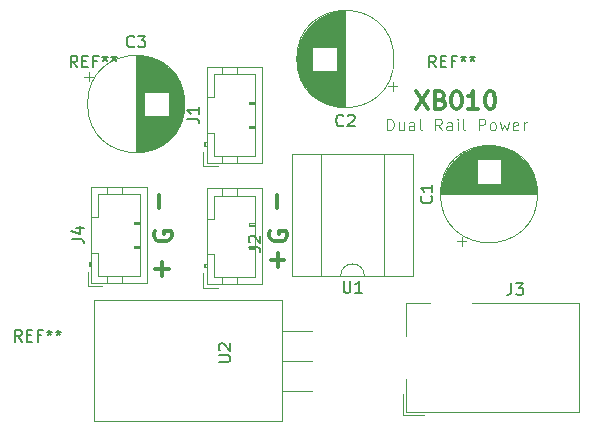
<source format=gbr>
G04 #@! TF.GenerationSoftware,KiCad,Pcbnew,(5.0.1)-rc2*
G04 #@! TF.CreationDate,2018-11-15T21:46:01-05:00*
G04 #@! TF.ProjectId,psu,7073752E6B696361645F706362000000,rev?*
G04 #@! TF.SameCoordinates,Original*
G04 #@! TF.FileFunction,Legend,Top*
G04 #@! TF.FilePolarity,Positive*
%FSLAX46Y46*%
G04 Gerber Fmt 4.6, Leading zero omitted, Abs format (unit mm)*
G04 Created by KiCad (PCBNEW (5.0.1)-rc2) date 11/15/2018 9:46:01 PM*
%MOMM*%
%LPD*%
G01*
G04 APERTURE LIST*
%ADD10C,0.300000*%
%ADD11C,0.100000*%
%ADD12C,0.120000*%
%ADD13C,0.150000*%
G04 APERTURE END LIST*
D10*
X158222142Y-91757428D02*
X158222142Y-90614571D01*
X157670571Y-96119142D02*
X158813428Y-96119142D01*
X158242000Y-96690571D02*
X158242000Y-95547714D01*
X157619000Y-93714142D02*
X157547571Y-93857000D01*
X157547571Y-94071285D01*
X157619000Y-94285571D01*
X157761857Y-94428428D01*
X157904714Y-94499857D01*
X158190428Y-94571285D01*
X158404714Y-94571285D01*
X158690428Y-94499857D01*
X158833285Y-94428428D01*
X158976142Y-94285571D01*
X159047571Y-94071285D01*
X159047571Y-93928428D01*
X158976142Y-93714142D01*
X158904714Y-93642714D01*
X158404714Y-93642714D01*
X158404714Y-93928428D01*
X147840000Y-93714142D02*
X147768571Y-93857000D01*
X147768571Y-94071285D01*
X147840000Y-94285571D01*
X147982857Y-94428428D01*
X148125714Y-94499857D01*
X148411428Y-94571285D01*
X148625714Y-94571285D01*
X148911428Y-94499857D01*
X149054285Y-94428428D01*
X149197142Y-94285571D01*
X149268571Y-94071285D01*
X149268571Y-93928428D01*
X149197142Y-93714142D01*
X149125714Y-93642714D01*
X148625714Y-93642714D01*
X148625714Y-93928428D01*
X148189142Y-91757428D02*
X148189142Y-90614571D01*
X147891571Y-96881142D02*
X149034428Y-96881142D01*
X148463000Y-97452571D02*
X148463000Y-96309714D01*
D11*
X167497857Y-85161380D02*
X167497857Y-84161380D01*
X167735952Y-84161380D01*
X167878809Y-84209000D01*
X167974047Y-84304238D01*
X168021666Y-84399476D01*
X168069285Y-84589952D01*
X168069285Y-84732809D01*
X168021666Y-84923285D01*
X167974047Y-85018523D01*
X167878809Y-85113761D01*
X167735952Y-85161380D01*
X167497857Y-85161380D01*
X168926428Y-84494714D02*
X168926428Y-85161380D01*
X168497857Y-84494714D02*
X168497857Y-85018523D01*
X168545476Y-85113761D01*
X168640714Y-85161380D01*
X168783571Y-85161380D01*
X168878809Y-85113761D01*
X168926428Y-85066142D01*
X169831190Y-85161380D02*
X169831190Y-84637571D01*
X169783571Y-84542333D01*
X169688333Y-84494714D01*
X169497857Y-84494714D01*
X169402619Y-84542333D01*
X169831190Y-85113761D02*
X169735952Y-85161380D01*
X169497857Y-85161380D01*
X169402619Y-85113761D01*
X169355000Y-85018523D01*
X169355000Y-84923285D01*
X169402619Y-84828047D01*
X169497857Y-84780428D01*
X169735952Y-84780428D01*
X169831190Y-84732809D01*
X170450238Y-85161380D02*
X170355000Y-85113761D01*
X170307380Y-85018523D01*
X170307380Y-84161380D01*
X172164523Y-85161380D02*
X171831190Y-84685190D01*
X171593095Y-85161380D02*
X171593095Y-84161380D01*
X171974047Y-84161380D01*
X172069285Y-84209000D01*
X172116904Y-84256619D01*
X172164523Y-84351857D01*
X172164523Y-84494714D01*
X172116904Y-84589952D01*
X172069285Y-84637571D01*
X171974047Y-84685190D01*
X171593095Y-84685190D01*
X173021666Y-85161380D02*
X173021666Y-84637571D01*
X172974047Y-84542333D01*
X172878809Y-84494714D01*
X172688333Y-84494714D01*
X172593095Y-84542333D01*
X173021666Y-85113761D02*
X172926428Y-85161380D01*
X172688333Y-85161380D01*
X172593095Y-85113761D01*
X172545476Y-85018523D01*
X172545476Y-84923285D01*
X172593095Y-84828047D01*
X172688333Y-84780428D01*
X172926428Y-84780428D01*
X173021666Y-84732809D01*
X173497857Y-85161380D02*
X173497857Y-84494714D01*
X173497857Y-84161380D02*
X173450238Y-84209000D01*
X173497857Y-84256619D01*
X173545476Y-84209000D01*
X173497857Y-84161380D01*
X173497857Y-84256619D01*
X174116904Y-85161380D02*
X174021666Y-85113761D01*
X173974047Y-85018523D01*
X173974047Y-84161380D01*
X175259761Y-85161380D02*
X175259761Y-84161380D01*
X175640714Y-84161380D01*
X175735952Y-84209000D01*
X175783571Y-84256619D01*
X175831190Y-84351857D01*
X175831190Y-84494714D01*
X175783571Y-84589952D01*
X175735952Y-84637571D01*
X175640714Y-84685190D01*
X175259761Y-84685190D01*
X176402619Y-85161380D02*
X176307380Y-85113761D01*
X176259761Y-85066142D01*
X176212142Y-84970904D01*
X176212142Y-84685190D01*
X176259761Y-84589952D01*
X176307380Y-84542333D01*
X176402619Y-84494714D01*
X176545476Y-84494714D01*
X176640714Y-84542333D01*
X176688333Y-84589952D01*
X176735952Y-84685190D01*
X176735952Y-84970904D01*
X176688333Y-85066142D01*
X176640714Y-85113761D01*
X176545476Y-85161380D01*
X176402619Y-85161380D01*
X177069285Y-84494714D02*
X177259761Y-85161380D01*
X177450238Y-84685190D01*
X177640714Y-85161380D01*
X177831190Y-84494714D01*
X178593095Y-85113761D02*
X178497857Y-85161380D01*
X178307380Y-85161380D01*
X178212142Y-85113761D01*
X178164523Y-85018523D01*
X178164523Y-84637571D01*
X178212142Y-84542333D01*
X178307380Y-84494714D01*
X178497857Y-84494714D01*
X178593095Y-84542333D01*
X178640714Y-84637571D01*
X178640714Y-84732809D01*
X178164523Y-84828047D01*
X179069285Y-85161380D02*
X179069285Y-84494714D01*
X179069285Y-84685190D02*
X179116904Y-84589952D01*
X179164523Y-84542333D01*
X179259761Y-84494714D01*
X179355000Y-84494714D01*
D10*
X169962142Y-81855571D02*
X170962142Y-83355571D01*
X170962142Y-81855571D02*
X169962142Y-83355571D01*
X172033571Y-82569857D02*
X172247857Y-82641285D01*
X172319285Y-82712714D01*
X172390714Y-82855571D01*
X172390714Y-83069857D01*
X172319285Y-83212714D01*
X172247857Y-83284142D01*
X172105000Y-83355571D01*
X171533571Y-83355571D01*
X171533571Y-81855571D01*
X172033571Y-81855571D01*
X172176428Y-81927000D01*
X172247857Y-81998428D01*
X172319285Y-82141285D01*
X172319285Y-82284142D01*
X172247857Y-82427000D01*
X172176428Y-82498428D01*
X172033571Y-82569857D01*
X171533571Y-82569857D01*
X173319285Y-81855571D02*
X173462142Y-81855571D01*
X173605000Y-81927000D01*
X173676428Y-81998428D01*
X173747857Y-82141285D01*
X173819285Y-82427000D01*
X173819285Y-82784142D01*
X173747857Y-83069857D01*
X173676428Y-83212714D01*
X173605000Y-83284142D01*
X173462142Y-83355571D01*
X173319285Y-83355571D01*
X173176428Y-83284142D01*
X173105000Y-83212714D01*
X173033571Y-83069857D01*
X172962142Y-82784142D01*
X172962142Y-82427000D01*
X173033571Y-82141285D01*
X173105000Y-81998428D01*
X173176428Y-81927000D01*
X173319285Y-81855571D01*
X175247857Y-83355571D02*
X174390714Y-83355571D01*
X174819285Y-83355571D02*
X174819285Y-81855571D01*
X174676428Y-82069857D01*
X174533571Y-82212714D01*
X174390714Y-82284142D01*
X176176428Y-81855571D02*
X176319285Y-81855571D01*
X176462142Y-81927000D01*
X176533571Y-81998428D01*
X176605000Y-82141285D01*
X176676428Y-82427000D01*
X176676428Y-82784142D01*
X176605000Y-83069857D01*
X176533571Y-83212714D01*
X176462142Y-83284142D01*
X176319285Y-83355571D01*
X176176428Y-83355571D01*
X176033571Y-83284142D01*
X175962142Y-83212714D01*
X175890714Y-83069857D01*
X175819285Y-82784142D01*
X175819285Y-82427000D01*
X175890714Y-82141285D01*
X175962142Y-81998428D01*
X176033571Y-81927000D01*
X176176428Y-81855571D01*
D12*
G04 #@! TO.C,J3*
X174726000Y-99794000D02*
X183726000Y-99794000D01*
X183726000Y-99794000D02*
X183726000Y-108994000D01*
X183726000Y-108994000D02*
X169126000Y-108994000D01*
X169126000Y-108994000D02*
X169126000Y-106194000D01*
X169126000Y-102594000D02*
X169126000Y-99794000D01*
X169126000Y-99794000D02*
X171126000Y-99794000D01*
X170626000Y-109234000D02*
X168886000Y-109234000D01*
X168886000Y-109234000D02*
X168886000Y-107494000D01*
G04 #@! TO.C,C1*
X180269000Y-90556000D02*
G75*
G03X180269000Y-90556000I-4120000J0D01*
G01*
X172069000Y-90556000D02*
X180229000Y-90556000D01*
X172069000Y-90516000D02*
X180229000Y-90516000D01*
X172069000Y-90476000D02*
X180229000Y-90476000D01*
X172070000Y-90436000D02*
X180228000Y-90436000D01*
X172072000Y-90396000D02*
X180226000Y-90396000D01*
X172073000Y-90356000D02*
X180225000Y-90356000D01*
X172075000Y-90316000D02*
X180223000Y-90316000D01*
X172078000Y-90276000D02*
X180220000Y-90276000D01*
X172081000Y-90236000D02*
X180217000Y-90236000D01*
X172084000Y-90196000D02*
X180214000Y-90196000D01*
X172088000Y-90156000D02*
X180210000Y-90156000D01*
X172092000Y-90116000D02*
X180206000Y-90116000D01*
X172097000Y-90076000D02*
X180201000Y-90076000D01*
X172101000Y-90036000D02*
X180197000Y-90036000D01*
X172107000Y-89996000D02*
X180191000Y-89996000D01*
X172112000Y-89956000D02*
X180186000Y-89956000D01*
X172119000Y-89916000D02*
X180179000Y-89916000D01*
X172125000Y-89876000D02*
X180173000Y-89876000D01*
X172132000Y-89835000D02*
X180166000Y-89835000D01*
X172139000Y-89795000D02*
X180159000Y-89795000D01*
X172147000Y-89755000D02*
X180151000Y-89755000D01*
X172155000Y-89715000D02*
X180143000Y-89715000D01*
X172164000Y-89675000D02*
X175109000Y-89675000D01*
X177189000Y-89675000D02*
X180134000Y-89675000D01*
X172173000Y-89635000D02*
X175109000Y-89635000D01*
X177189000Y-89635000D02*
X180125000Y-89635000D01*
X172182000Y-89595000D02*
X175109000Y-89595000D01*
X177189000Y-89595000D02*
X180116000Y-89595000D01*
X172192000Y-89555000D02*
X175109000Y-89555000D01*
X177189000Y-89555000D02*
X180106000Y-89555000D01*
X172202000Y-89515000D02*
X175109000Y-89515000D01*
X177189000Y-89515000D02*
X180096000Y-89515000D01*
X172213000Y-89475000D02*
X175109000Y-89475000D01*
X177189000Y-89475000D02*
X180085000Y-89475000D01*
X172224000Y-89435000D02*
X175109000Y-89435000D01*
X177189000Y-89435000D02*
X180074000Y-89435000D01*
X172235000Y-89395000D02*
X175109000Y-89395000D01*
X177189000Y-89395000D02*
X180063000Y-89395000D01*
X172247000Y-89355000D02*
X175109000Y-89355000D01*
X177189000Y-89355000D02*
X180051000Y-89355000D01*
X172260000Y-89315000D02*
X175109000Y-89315000D01*
X177189000Y-89315000D02*
X180038000Y-89315000D01*
X172272000Y-89275000D02*
X175109000Y-89275000D01*
X177189000Y-89275000D02*
X180026000Y-89275000D01*
X172286000Y-89235000D02*
X175109000Y-89235000D01*
X177189000Y-89235000D02*
X180012000Y-89235000D01*
X172299000Y-89195000D02*
X175109000Y-89195000D01*
X177189000Y-89195000D02*
X179999000Y-89195000D01*
X172314000Y-89155000D02*
X175109000Y-89155000D01*
X177189000Y-89155000D02*
X179984000Y-89155000D01*
X172328000Y-89115000D02*
X175109000Y-89115000D01*
X177189000Y-89115000D02*
X179970000Y-89115000D01*
X172344000Y-89075000D02*
X175109000Y-89075000D01*
X177189000Y-89075000D02*
X179954000Y-89075000D01*
X172359000Y-89035000D02*
X175109000Y-89035000D01*
X177189000Y-89035000D02*
X179939000Y-89035000D01*
X172375000Y-88995000D02*
X175109000Y-88995000D01*
X177189000Y-88995000D02*
X179923000Y-88995000D01*
X172392000Y-88955000D02*
X175109000Y-88955000D01*
X177189000Y-88955000D02*
X179906000Y-88955000D01*
X172409000Y-88915000D02*
X175109000Y-88915000D01*
X177189000Y-88915000D02*
X179889000Y-88915000D01*
X172427000Y-88875000D02*
X175109000Y-88875000D01*
X177189000Y-88875000D02*
X179871000Y-88875000D01*
X172445000Y-88835000D02*
X175109000Y-88835000D01*
X177189000Y-88835000D02*
X179853000Y-88835000D01*
X172463000Y-88795000D02*
X175109000Y-88795000D01*
X177189000Y-88795000D02*
X179835000Y-88795000D01*
X172483000Y-88755000D02*
X175109000Y-88755000D01*
X177189000Y-88755000D02*
X179815000Y-88755000D01*
X172502000Y-88715000D02*
X175109000Y-88715000D01*
X177189000Y-88715000D02*
X179796000Y-88715000D01*
X172522000Y-88675000D02*
X175109000Y-88675000D01*
X177189000Y-88675000D02*
X179776000Y-88675000D01*
X172543000Y-88635000D02*
X175109000Y-88635000D01*
X177189000Y-88635000D02*
X179755000Y-88635000D01*
X172565000Y-88595000D02*
X175109000Y-88595000D01*
X177189000Y-88595000D02*
X179733000Y-88595000D01*
X172587000Y-88555000D02*
X175109000Y-88555000D01*
X177189000Y-88555000D02*
X179711000Y-88555000D01*
X172609000Y-88515000D02*
X175109000Y-88515000D01*
X177189000Y-88515000D02*
X179689000Y-88515000D01*
X172632000Y-88475000D02*
X175109000Y-88475000D01*
X177189000Y-88475000D02*
X179666000Y-88475000D01*
X172656000Y-88435000D02*
X175109000Y-88435000D01*
X177189000Y-88435000D02*
X179642000Y-88435000D01*
X172680000Y-88395000D02*
X175109000Y-88395000D01*
X177189000Y-88395000D02*
X179618000Y-88395000D01*
X172705000Y-88355000D02*
X175109000Y-88355000D01*
X177189000Y-88355000D02*
X179593000Y-88355000D01*
X172731000Y-88315000D02*
X175109000Y-88315000D01*
X177189000Y-88315000D02*
X179567000Y-88315000D01*
X172757000Y-88275000D02*
X175109000Y-88275000D01*
X177189000Y-88275000D02*
X179541000Y-88275000D01*
X172784000Y-88235000D02*
X175109000Y-88235000D01*
X177189000Y-88235000D02*
X179514000Y-88235000D01*
X172811000Y-88195000D02*
X175109000Y-88195000D01*
X177189000Y-88195000D02*
X179487000Y-88195000D01*
X172840000Y-88155000D02*
X175109000Y-88155000D01*
X177189000Y-88155000D02*
X179458000Y-88155000D01*
X172869000Y-88115000D02*
X175109000Y-88115000D01*
X177189000Y-88115000D02*
X179429000Y-88115000D01*
X172899000Y-88075000D02*
X175109000Y-88075000D01*
X177189000Y-88075000D02*
X179399000Y-88075000D01*
X172929000Y-88035000D02*
X175109000Y-88035000D01*
X177189000Y-88035000D02*
X179369000Y-88035000D01*
X172960000Y-87995000D02*
X175109000Y-87995000D01*
X177189000Y-87995000D02*
X179338000Y-87995000D01*
X172993000Y-87955000D02*
X175109000Y-87955000D01*
X177189000Y-87955000D02*
X179305000Y-87955000D01*
X173025000Y-87915000D02*
X175109000Y-87915000D01*
X177189000Y-87915000D02*
X179273000Y-87915000D01*
X173059000Y-87875000D02*
X175109000Y-87875000D01*
X177189000Y-87875000D02*
X179239000Y-87875000D01*
X173094000Y-87835000D02*
X175109000Y-87835000D01*
X177189000Y-87835000D02*
X179204000Y-87835000D01*
X173130000Y-87795000D02*
X175109000Y-87795000D01*
X177189000Y-87795000D02*
X179168000Y-87795000D01*
X173166000Y-87755000D02*
X175109000Y-87755000D01*
X177189000Y-87755000D02*
X179132000Y-87755000D01*
X173204000Y-87715000D02*
X175109000Y-87715000D01*
X177189000Y-87715000D02*
X179094000Y-87715000D01*
X173242000Y-87675000D02*
X175109000Y-87675000D01*
X177189000Y-87675000D02*
X179056000Y-87675000D01*
X173282000Y-87635000D02*
X175109000Y-87635000D01*
X177189000Y-87635000D02*
X179016000Y-87635000D01*
X173323000Y-87595000D02*
X178975000Y-87595000D01*
X173365000Y-87555000D02*
X178933000Y-87555000D01*
X173408000Y-87515000D02*
X178890000Y-87515000D01*
X173452000Y-87475000D02*
X178846000Y-87475000D01*
X173498000Y-87435000D02*
X178800000Y-87435000D01*
X173545000Y-87395000D02*
X178753000Y-87395000D01*
X173593000Y-87355000D02*
X178705000Y-87355000D01*
X173644000Y-87315000D02*
X178654000Y-87315000D01*
X173695000Y-87275000D02*
X178603000Y-87275000D01*
X173749000Y-87235000D02*
X178549000Y-87235000D01*
X173804000Y-87195000D02*
X178494000Y-87195000D01*
X173862000Y-87155000D02*
X178436000Y-87155000D01*
X173921000Y-87115000D02*
X178377000Y-87115000D01*
X173983000Y-87075000D02*
X178315000Y-87075000D01*
X174047000Y-87035000D02*
X178251000Y-87035000D01*
X174115000Y-86995000D02*
X178183000Y-86995000D01*
X174185000Y-86955000D02*
X178113000Y-86955000D01*
X174259000Y-86915000D02*
X178039000Y-86915000D01*
X174336000Y-86875000D02*
X177962000Y-86875000D01*
X174418000Y-86835000D02*
X177880000Y-86835000D01*
X174504000Y-86795000D02*
X177794000Y-86795000D01*
X174597000Y-86755000D02*
X177701000Y-86755000D01*
X174696000Y-86715000D02*
X177602000Y-86715000D01*
X174803000Y-86675000D02*
X177495000Y-86675000D01*
X174920000Y-86635000D02*
X177378000Y-86635000D01*
X175051000Y-86595000D02*
X177247000Y-86595000D01*
X175201000Y-86555000D02*
X177097000Y-86555000D01*
X175381000Y-86515000D02*
X176917000Y-86515000D01*
X175616000Y-86475000D02*
X176682000Y-86475000D01*
X173834000Y-94965698D02*
X173834000Y-94165698D01*
X173434000Y-94565698D02*
X174234000Y-94565698D01*
G04 #@! TO.C,C2*
X168105000Y-79121000D02*
G75*
G03X168105000Y-79121000I-4120000J0D01*
G01*
X163985000Y-83201000D02*
X163985000Y-75041000D01*
X163945000Y-83201000D02*
X163945000Y-75041000D01*
X163905000Y-83201000D02*
X163905000Y-75041000D01*
X163865000Y-83200000D02*
X163865000Y-75042000D01*
X163825000Y-83198000D02*
X163825000Y-75044000D01*
X163785000Y-83197000D02*
X163785000Y-75045000D01*
X163745000Y-83195000D02*
X163745000Y-75047000D01*
X163705000Y-83192000D02*
X163705000Y-75050000D01*
X163665000Y-83189000D02*
X163665000Y-75053000D01*
X163625000Y-83186000D02*
X163625000Y-75056000D01*
X163585000Y-83182000D02*
X163585000Y-75060000D01*
X163545000Y-83178000D02*
X163545000Y-75064000D01*
X163505000Y-83173000D02*
X163505000Y-75069000D01*
X163465000Y-83169000D02*
X163465000Y-75073000D01*
X163425000Y-83163000D02*
X163425000Y-75079000D01*
X163385000Y-83158000D02*
X163385000Y-75084000D01*
X163345000Y-83151000D02*
X163345000Y-75091000D01*
X163305000Y-83145000D02*
X163305000Y-75097000D01*
X163264000Y-83138000D02*
X163264000Y-80161000D01*
X163264000Y-78081000D02*
X163264000Y-75104000D01*
X163224000Y-83131000D02*
X163224000Y-80161000D01*
X163224000Y-78081000D02*
X163224000Y-75111000D01*
X163184000Y-83123000D02*
X163184000Y-80161000D01*
X163184000Y-78081000D02*
X163184000Y-75119000D01*
X163144000Y-83115000D02*
X163144000Y-80161000D01*
X163144000Y-78081000D02*
X163144000Y-75127000D01*
X163104000Y-83106000D02*
X163104000Y-80161000D01*
X163104000Y-78081000D02*
X163104000Y-75136000D01*
X163064000Y-83097000D02*
X163064000Y-80161000D01*
X163064000Y-78081000D02*
X163064000Y-75145000D01*
X163024000Y-83088000D02*
X163024000Y-80161000D01*
X163024000Y-78081000D02*
X163024000Y-75154000D01*
X162984000Y-83078000D02*
X162984000Y-80161000D01*
X162984000Y-78081000D02*
X162984000Y-75164000D01*
X162944000Y-83068000D02*
X162944000Y-80161000D01*
X162944000Y-78081000D02*
X162944000Y-75174000D01*
X162904000Y-83057000D02*
X162904000Y-80161000D01*
X162904000Y-78081000D02*
X162904000Y-75185000D01*
X162864000Y-83046000D02*
X162864000Y-80161000D01*
X162864000Y-78081000D02*
X162864000Y-75196000D01*
X162824000Y-83035000D02*
X162824000Y-80161000D01*
X162824000Y-78081000D02*
X162824000Y-75207000D01*
X162784000Y-83023000D02*
X162784000Y-80161000D01*
X162784000Y-78081000D02*
X162784000Y-75219000D01*
X162744000Y-83010000D02*
X162744000Y-80161000D01*
X162744000Y-78081000D02*
X162744000Y-75232000D01*
X162704000Y-82998000D02*
X162704000Y-80161000D01*
X162704000Y-78081000D02*
X162704000Y-75244000D01*
X162664000Y-82984000D02*
X162664000Y-80161000D01*
X162664000Y-78081000D02*
X162664000Y-75258000D01*
X162624000Y-82971000D02*
X162624000Y-80161000D01*
X162624000Y-78081000D02*
X162624000Y-75271000D01*
X162584000Y-82956000D02*
X162584000Y-80161000D01*
X162584000Y-78081000D02*
X162584000Y-75286000D01*
X162544000Y-82942000D02*
X162544000Y-80161000D01*
X162544000Y-78081000D02*
X162544000Y-75300000D01*
X162504000Y-82926000D02*
X162504000Y-80161000D01*
X162504000Y-78081000D02*
X162504000Y-75316000D01*
X162464000Y-82911000D02*
X162464000Y-80161000D01*
X162464000Y-78081000D02*
X162464000Y-75331000D01*
X162424000Y-82895000D02*
X162424000Y-80161000D01*
X162424000Y-78081000D02*
X162424000Y-75347000D01*
X162384000Y-82878000D02*
X162384000Y-80161000D01*
X162384000Y-78081000D02*
X162384000Y-75364000D01*
X162344000Y-82861000D02*
X162344000Y-80161000D01*
X162344000Y-78081000D02*
X162344000Y-75381000D01*
X162304000Y-82843000D02*
X162304000Y-80161000D01*
X162304000Y-78081000D02*
X162304000Y-75399000D01*
X162264000Y-82825000D02*
X162264000Y-80161000D01*
X162264000Y-78081000D02*
X162264000Y-75417000D01*
X162224000Y-82807000D02*
X162224000Y-80161000D01*
X162224000Y-78081000D02*
X162224000Y-75435000D01*
X162184000Y-82787000D02*
X162184000Y-80161000D01*
X162184000Y-78081000D02*
X162184000Y-75455000D01*
X162144000Y-82768000D02*
X162144000Y-80161000D01*
X162144000Y-78081000D02*
X162144000Y-75474000D01*
X162104000Y-82748000D02*
X162104000Y-80161000D01*
X162104000Y-78081000D02*
X162104000Y-75494000D01*
X162064000Y-82727000D02*
X162064000Y-80161000D01*
X162064000Y-78081000D02*
X162064000Y-75515000D01*
X162024000Y-82705000D02*
X162024000Y-80161000D01*
X162024000Y-78081000D02*
X162024000Y-75537000D01*
X161984000Y-82683000D02*
X161984000Y-80161000D01*
X161984000Y-78081000D02*
X161984000Y-75559000D01*
X161944000Y-82661000D02*
X161944000Y-80161000D01*
X161944000Y-78081000D02*
X161944000Y-75581000D01*
X161904000Y-82638000D02*
X161904000Y-80161000D01*
X161904000Y-78081000D02*
X161904000Y-75604000D01*
X161864000Y-82614000D02*
X161864000Y-80161000D01*
X161864000Y-78081000D02*
X161864000Y-75628000D01*
X161824000Y-82590000D02*
X161824000Y-80161000D01*
X161824000Y-78081000D02*
X161824000Y-75652000D01*
X161784000Y-82565000D02*
X161784000Y-80161000D01*
X161784000Y-78081000D02*
X161784000Y-75677000D01*
X161744000Y-82539000D02*
X161744000Y-80161000D01*
X161744000Y-78081000D02*
X161744000Y-75703000D01*
X161704000Y-82513000D02*
X161704000Y-80161000D01*
X161704000Y-78081000D02*
X161704000Y-75729000D01*
X161664000Y-82486000D02*
X161664000Y-80161000D01*
X161664000Y-78081000D02*
X161664000Y-75756000D01*
X161624000Y-82459000D02*
X161624000Y-80161000D01*
X161624000Y-78081000D02*
X161624000Y-75783000D01*
X161584000Y-82430000D02*
X161584000Y-80161000D01*
X161584000Y-78081000D02*
X161584000Y-75812000D01*
X161544000Y-82401000D02*
X161544000Y-80161000D01*
X161544000Y-78081000D02*
X161544000Y-75841000D01*
X161504000Y-82371000D02*
X161504000Y-80161000D01*
X161504000Y-78081000D02*
X161504000Y-75871000D01*
X161464000Y-82341000D02*
X161464000Y-80161000D01*
X161464000Y-78081000D02*
X161464000Y-75901000D01*
X161424000Y-82310000D02*
X161424000Y-80161000D01*
X161424000Y-78081000D02*
X161424000Y-75932000D01*
X161384000Y-82277000D02*
X161384000Y-80161000D01*
X161384000Y-78081000D02*
X161384000Y-75965000D01*
X161344000Y-82245000D02*
X161344000Y-80161000D01*
X161344000Y-78081000D02*
X161344000Y-75997000D01*
X161304000Y-82211000D02*
X161304000Y-80161000D01*
X161304000Y-78081000D02*
X161304000Y-76031000D01*
X161264000Y-82176000D02*
X161264000Y-80161000D01*
X161264000Y-78081000D02*
X161264000Y-76066000D01*
X161224000Y-82140000D02*
X161224000Y-80161000D01*
X161224000Y-78081000D02*
X161224000Y-76102000D01*
X161184000Y-82104000D02*
X161184000Y-76138000D01*
X161144000Y-82066000D02*
X161144000Y-76176000D01*
X161104000Y-82028000D02*
X161104000Y-76214000D01*
X161064000Y-81988000D02*
X161064000Y-76254000D01*
X161024000Y-81947000D02*
X161024000Y-76295000D01*
X160984000Y-81905000D02*
X160984000Y-76337000D01*
X160944000Y-81862000D02*
X160944000Y-76380000D01*
X160904000Y-81818000D02*
X160904000Y-76424000D01*
X160864000Y-81772000D02*
X160864000Y-76470000D01*
X160824000Y-81725000D02*
X160824000Y-76517000D01*
X160784000Y-81677000D02*
X160784000Y-76565000D01*
X160744000Y-81626000D02*
X160744000Y-76616000D01*
X160704000Y-81575000D02*
X160704000Y-76667000D01*
X160664000Y-81521000D02*
X160664000Y-76721000D01*
X160624000Y-81466000D02*
X160624000Y-76776000D01*
X160584000Y-81408000D02*
X160584000Y-76834000D01*
X160544000Y-81349000D02*
X160544000Y-76893000D01*
X160504000Y-81287000D02*
X160504000Y-76955000D01*
X160464000Y-81223000D02*
X160464000Y-77019000D01*
X160424000Y-81155000D02*
X160424000Y-77087000D01*
X160384000Y-81085000D02*
X160384000Y-77157000D01*
X160344000Y-81011000D02*
X160344000Y-77231000D01*
X160304000Y-80934000D02*
X160304000Y-77308000D01*
X160264000Y-80852000D02*
X160264000Y-77390000D01*
X160224000Y-80766000D02*
X160224000Y-77476000D01*
X160184000Y-80673000D02*
X160184000Y-77569000D01*
X160144000Y-80574000D02*
X160144000Y-77668000D01*
X160104000Y-80467000D02*
X160104000Y-77775000D01*
X160064000Y-80350000D02*
X160064000Y-77892000D01*
X160024000Y-80219000D02*
X160024000Y-78023000D01*
X159984000Y-80069000D02*
X159984000Y-78173000D01*
X159944000Y-79889000D02*
X159944000Y-78353000D01*
X159904000Y-79654000D02*
X159904000Y-78588000D01*
X168394698Y-81436000D02*
X167594698Y-81436000D01*
X167994698Y-81836000D02*
X167994698Y-81036000D01*
G04 #@! TO.C,C3*
X142266302Y-80216000D02*
X142266302Y-81016000D01*
X141866302Y-80616000D02*
X142666302Y-80616000D01*
X150357000Y-82398000D02*
X150357000Y-83464000D01*
X150317000Y-82163000D02*
X150317000Y-83699000D01*
X150277000Y-81983000D02*
X150277000Y-83879000D01*
X150237000Y-81833000D02*
X150237000Y-84029000D01*
X150197000Y-81702000D02*
X150197000Y-84160000D01*
X150157000Y-81585000D02*
X150157000Y-84277000D01*
X150117000Y-81478000D02*
X150117000Y-84384000D01*
X150077000Y-81379000D02*
X150077000Y-84483000D01*
X150037000Y-81286000D02*
X150037000Y-84576000D01*
X149997000Y-81200000D02*
X149997000Y-84662000D01*
X149957000Y-81118000D02*
X149957000Y-84744000D01*
X149917000Y-81041000D02*
X149917000Y-84821000D01*
X149877000Y-80967000D02*
X149877000Y-84895000D01*
X149837000Y-80897000D02*
X149837000Y-84965000D01*
X149797000Y-80829000D02*
X149797000Y-85033000D01*
X149757000Y-80765000D02*
X149757000Y-85097000D01*
X149717000Y-80703000D02*
X149717000Y-85159000D01*
X149677000Y-80644000D02*
X149677000Y-85218000D01*
X149637000Y-80586000D02*
X149637000Y-85276000D01*
X149597000Y-80531000D02*
X149597000Y-85331000D01*
X149557000Y-80477000D02*
X149557000Y-85385000D01*
X149517000Y-80426000D02*
X149517000Y-85436000D01*
X149477000Y-80375000D02*
X149477000Y-85487000D01*
X149437000Y-80327000D02*
X149437000Y-85535000D01*
X149397000Y-80280000D02*
X149397000Y-85582000D01*
X149357000Y-80234000D02*
X149357000Y-85628000D01*
X149317000Y-80190000D02*
X149317000Y-85672000D01*
X149277000Y-80147000D02*
X149277000Y-85715000D01*
X149237000Y-80105000D02*
X149237000Y-85757000D01*
X149197000Y-80064000D02*
X149197000Y-85798000D01*
X149157000Y-80024000D02*
X149157000Y-85838000D01*
X149117000Y-79986000D02*
X149117000Y-85876000D01*
X149077000Y-79948000D02*
X149077000Y-85914000D01*
X149037000Y-83971000D02*
X149037000Y-85950000D01*
X149037000Y-79912000D02*
X149037000Y-81891000D01*
X148997000Y-83971000D02*
X148997000Y-85986000D01*
X148997000Y-79876000D02*
X148997000Y-81891000D01*
X148957000Y-83971000D02*
X148957000Y-86021000D01*
X148957000Y-79841000D02*
X148957000Y-81891000D01*
X148917000Y-83971000D02*
X148917000Y-86055000D01*
X148917000Y-79807000D02*
X148917000Y-81891000D01*
X148877000Y-83971000D02*
X148877000Y-86087000D01*
X148877000Y-79775000D02*
X148877000Y-81891000D01*
X148837000Y-83971000D02*
X148837000Y-86120000D01*
X148837000Y-79742000D02*
X148837000Y-81891000D01*
X148797000Y-83971000D02*
X148797000Y-86151000D01*
X148797000Y-79711000D02*
X148797000Y-81891000D01*
X148757000Y-83971000D02*
X148757000Y-86181000D01*
X148757000Y-79681000D02*
X148757000Y-81891000D01*
X148717000Y-83971000D02*
X148717000Y-86211000D01*
X148717000Y-79651000D02*
X148717000Y-81891000D01*
X148677000Y-83971000D02*
X148677000Y-86240000D01*
X148677000Y-79622000D02*
X148677000Y-81891000D01*
X148637000Y-83971000D02*
X148637000Y-86269000D01*
X148637000Y-79593000D02*
X148637000Y-81891000D01*
X148597000Y-83971000D02*
X148597000Y-86296000D01*
X148597000Y-79566000D02*
X148597000Y-81891000D01*
X148557000Y-83971000D02*
X148557000Y-86323000D01*
X148557000Y-79539000D02*
X148557000Y-81891000D01*
X148517000Y-83971000D02*
X148517000Y-86349000D01*
X148517000Y-79513000D02*
X148517000Y-81891000D01*
X148477000Y-83971000D02*
X148477000Y-86375000D01*
X148477000Y-79487000D02*
X148477000Y-81891000D01*
X148437000Y-83971000D02*
X148437000Y-86400000D01*
X148437000Y-79462000D02*
X148437000Y-81891000D01*
X148397000Y-83971000D02*
X148397000Y-86424000D01*
X148397000Y-79438000D02*
X148397000Y-81891000D01*
X148357000Y-83971000D02*
X148357000Y-86448000D01*
X148357000Y-79414000D02*
X148357000Y-81891000D01*
X148317000Y-83971000D02*
X148317000Y-86471000D01*
X148317000Y-79391000D02*
X148317000Y-81891000D01*
X148277000Y-83971000D02*
X148277000Y-86493000D01*
X148277000Y-79369000D02*
X148277000Y-81891000D01*
X148237000Y-83971000D02*
X148237000Y-86515000D01*
X148237000Y-79347000D02*
X148237000Y-81891000D01*
X148197000Y-83971000D02*
X148197000Y-86537000D01*
X148197000Y-79325000D02*
X148197000Y-81891000D01*
X148157000Y-83971000D02*
X148157000Y-86558000D01*
X148157000Y-79304000D02*
X148157000Y-81891000D01*
X148117000Y-83971000D02*
X148117000Y-86578000D01*
X148117000Y-79284000D02*
X148117000Y-81891000D01*
X148077000Y-83971000D02*
X148077000Y-86597000D01*
X148077000Y-79265000D02*
X148077000Y-81891000D01*
X148037000Y-83971000D02*
X148037000Y-86617000D01*
X148037000Y-79245000D02*
X148037000Y-81891000D01*
X147997000Y-83971000D02*
X147997000Y-86635000D01*
X147997000Y-79227000D02*
X147997000Y-81891000D01*
X147957000Y-83971000D02*
X147957000Y-86653000D01*
X147957000Y-79209000D02*
X147957000Y-81891000D01*
X147917000Y-83971000D02*
X147917000Y-86671000D01*
X147917000Y-79191000D02*
X147917000Y-81891000D01*
X147877000Y-83971000D02*
X147877000Y-86688000D01*
X147877000Y-79174000D02*
X147877000Y-81891000D01*
X147837000Y-83971000D02*
X147837000Y-86705000D01*
X147837000Y-79157000D02*
X147837000Y-81891000D01*
X147797000Y-83971000D02*
X147797000Y-86721000D01*
X147797000Y-79141000D02*
X147797000Y-81891000D01*
X147757000Y-83971000D02*
X147757000Y-86736000D01*
X147757000Y-79126000D02*
X147757000Y-81891000D01*
X147717000Y-83971000D02*
X147717000Y-86752000D01*
X147717000Y-79110000D02*
X147717000Y-81891000D01*
X147677000Y-83971000D02*
X147677000Y-86766000D01*
X147677000Y-79096000D02*
X147677000Y-81891000D01*
X147637000Y-83971000D02*
X147637000Y-86781000D01*
X147637000Y-79081000D02*
X147637000Y-81891000D01*
X147597000Y-83971000D02*
X147597000Y-86794000D01*
X147597000Y-79068000D02*
X147597000Y-81891000D01*
X147557000Y-83971000D02*
X147557000Y-86808000D01*
X147557000Y-79054000D02*
X147557000Y-81891000D01*
X147517000Y-83971000D02*
X147517000Y-86820000D01*
X147517000Y-79042000D02*
X147517000Y-81891000D01*
X147477000Y-83971000D02*
X147477000Y-86833000D01*
X147477000Y-79029000D02*
X147477000Y-81891000D01*
X147437000Y-83971000D02*
X147437000Y-86845000D01*
X147437000Y-79017000D02*
X147437000Y-81891000D01*
X147397000Y-83971000D02*
X147397000Y-86856000D01*
X147397000Y-79006000D02*
X147397000Y-81891000D01*
X147357000Y-83971000D02*
X147357000Y-86867000D01*
X147357000Y-78995000D02*
X147357000Y-81891000D01*
X147317000Y-83971000D02*
X147317000Y-86878000D01*
X147317000Y-78984000D02*
X147317000Y-81891000D01*
X147277000Y-83971000D02*
X147277000Y-86888000D01*
X147277000Y-78974000D02*
X147277000Y-81891000D01*
X147237000Y-83971000D02*
X147237000Y-86898000D01*
X147237000Y-78964000D02*
X147237000Y-81891000D01*
X147197000Y-83971000D02*
X147197000Y-86907000D01*
X147197000Y-78955000D02*
X147197000Y-81891000D01*
X147157000Y-83971000D02*
X147157000Y-86916000D01*
X147157000Y-78946000D02*
X147157000Y-81891000D01*
X147117000Y-83971000D02*
X147117000Y-86925000D01*
X147117000Y-78937000D02*
X147117000Y-81891000D01*
X147077000Y-83971000D02*
X147077000Y-86933000D01*
X147077000Y-78929000D02*
X147077000Y-81891000D01*
X147037000Y-83971000D02*
X147037000Y-86941000D01*
X147037000Y-78921000D02*
X147037000Y-81891000D01*
X146997000Y-83971000D02*
X146997000Y-86948000D01*
X146997000Y-78914000D02*
X146997000Y-81891000D01*
X146956000Y-78907000D02*
X146956000Y-86955000D01*
X146916000Y-78901000D02*
X146916000Y-86961000D01*
X146876000Y-78894000D02*
X146876000Y-86968000D01*
X146836000Y-78889000D02*
X146836000Y-86973000D01*
X146796000Y-78883000D02*
X146796000Y-86979000D01*
X146756000Y-78879000D02*
X146756000Y-86983000D01*
X146716000Y-78874000D02*
X146716000Y-86988000D01*
X146676000Y-78870000D02*
X146676000Y-86992000D01*
X146636000Y-78866000D02*
X146636000Y-86996000D01*
X146596000Y-78863000D02*
X146596000Y-86999000D01*
X146556000Y-78860000D02*
X146556000Y-87002000D01*
X146516000Y-78857000D02*
X146516000Y-87005000D01*
X146476000Y-78855000D02*
X146476000Y-87007000D01*
X146436000Y-78854000D02*
X146436000Y-87008000D01*
X146396000Y-78852000D02*
X146396000Y-87010000D01*
X146356000Y-78851000D02*
X146356000Y-87011000D01*
X146316000Y-78851000D02*
X146316000Y-87011000D01*
X146276000Y-78851000D02*
X146276000Y-87011000D01*
X150396000Y-82931000D02*
G75*
G03X150396000Y-82931000I-4120000J0D01*
G01*
G04 #@! TO.C,J1*
X152241000Y-87912000D02*
X156961000Y-87912000D01*
X156961000Y-87912000D02*
X156961000Y-79792000D01*
X156961000Y-79792000D02*
X152241000Y-79792000D01*
X152241000Y-79792000D02*
X152241000Y-87912000D01*
X152241000Y-86152000D02*
X152041000Y-86152000D01*
X152041000Y-86152000D02*
X152041000Y-86452000D01*
X152041000Y-86452000D02*
X152241000Y-86452000D01*
X152141000Y-86152000D02*
X152141000Y-86452000D01*
X152241000Y-85352000D02*
X152851000Y-85352000D01*
X152851000Y-85352000D02*
X152851000Y-87302000D01*
X152851000Y-87302000D02*
X156351000Y-87302000D01*
X156351000Y-87302000D02*
X156351000Y-80402000D01*
X156351000Y-80402000D02*
X152851000Y-80402000D01*
X152851000Y-80402000D02*
X152851000Y-82352000D01*
X152851000Y-82352000D02*
X152241000Y-82352000D01*
X153551000Y-87912000D02*
X153551000Y-87302000D01*
X154851000Y-87912000D02*
X154851000Y-87302000D01*
X153551000Y-79792000D02*
X153551000Y-80402000D01*
X154851000Y-79792000D02*
X154851000Y-80402000D01*
X156351000Y-84952000D02*
X155851000Y-84952000D01*
X155851000Y-84952000D02*
X155851000Y-84752000D01*
X155851000Y-84752000D02*
X156351000Y-84752000D01*
X156351000Y-84852000D02*
X155851000Y-84852000D01*
X156351000Y-82952000D02*
X155851000Y-82952000D01*
X155851000Y-82952000D02*
X155851000Y-82752000D01*
X155851000Y-82752000D02*
X156351000Y-82752000D01*
X156351000Y-82852000D02*
X155851000Y-82852000D01*
X151941000Y-86962000D02*
X151941000Y-88212000D01*
X151941000Y-88212000D02*
X153191000Y-88212000D01*
G04 #@! TO.C,J2*
X151941000Y-98499000D02*
X153191000Y-98499000D01*
X151941000Y-97249000D02*
X151941000Y-98499000D01*
X156351000Y-93139000D02*
X155851000Y-93139000D01*
X155851000Y-93039000D02*
X156351000Y-93039000D01*
X155851000Y-93239000D02*
X155851000Y-93039000D01*
X156351000Y-93239000D02*
X155851000Y-93239000D01*
X156351000Y-95139000D02*
X155851000Y-95139000D01*
X155851000Y-95039000D02*
X156351000Y-95039000D01*
X155851000Y-95239000D02*
X155851000Y-95039000D01*
X156351000Y-95239000D02*
X155851000Y-95239000D01*
X154851000Y-90079000D02*
X154851000Y-90689000D01*
X153551000Y-90079000D02*
X153551000Y-90689000D01*
X154851000Y-98199000D02*
X154851000Y-97589000D01*
X153551000Y-98199000D02*
X153551000Y-97589000D01*
X152851000Y-92639000D02*
X152241000Y-92639000D01*
X152851000Y-90689000D02*
X152851000Y-92639000D01*
X156351000Y-90689000D02*
X152851000Y-90689000D01*
X156351000Y-97589000D02*
X156351000Y-90689000D01*
X152851000Y-97589000D02*
X156351000Y-97589000D01*
X152851000Y-95639000D02*
X152851000Y-97589000D01*
X152241000Y-95639000D02*
X152851000Y-95639000D01*
X152141000Y-96439000D02*
X152141000Y-96739000D01*
X152041000Y-96739000D02*
X152241000Y-96739000D01*
X152041000Y-96439000D02*
X152041000Y-96739000D01*
X152241000Y-96439000D02*
X152041000Y-96439000D01*
X152241000Y-90079000D02*
X152241000Y-98199000D01*
X156961000Y-90079000D02*
X152241000Y-90079000D01*
X156961000Y-98199000D02*
X156961000Y-90079000D01*
X152241000Y-98199000D02*
X156961000Y-98199000D01*
G04 #@! TO.C,J4*
X142462000Y-98072000D02*
X147182000Y-98072000D01*
X147182000Y-98072000D02*
X147182000Y-89952000D01*
X147182000Y-89952000D02*
X142462000Y-89952000D01*
X142462000Y-89952000D02*
X142462000Y-98072000D01*
X142462000Y-96312000D02*
X142262000Y-96312000D01*
X142262000Y-96312000D02*
X142262000Y-96612000D01*
X142262000Y-96612000D02*
X142462000Y-96612000D01*
X142362000Y-96312000D02*
X142362000Y-96612000D01*
X142462000Y-95512000D02*
X143072000Y-95512000D01*
X143072000Y-95512000D02*
X143072000Y-97462000D01*
X143072000Y-97462000D02*
X146572000Y-97462000D01*
X146572000Y-97462000D02*
X146572000Y-90562000D01*
X146572000Y-90562000D02*
X143072000Y-90562000D01*
X143072000Y-90562000D02*
X143072000Y-92512000D01*
X143072000Y-92512000D02*
X142462000Y-92512000D01*
X143772000Y-98072000D02*
X143772000Y-97462000D01*
X145072000Y-98072000D02*
X145072000Y-97462000D01*
X143772000Y-89952000D02*
X143772000Y-90562000D01*
X145072000Y-89952000D02*
X145072000Y-90562000D01*
X146572000Y-95112000D02*
X146072000Y-95112000D01*
X146072000Y-95112000D02*
X146072000Y-94912000D01*
X146072000Y-94912000D02*
X146572000Y-94912000D01*
X146572000Y-95012000D02*
X146072000Y-95012000D01*
X146572000Y-93112000D02*
X146072000Y-93112000D01*
X146072000Y-93112000D02*
X146072000Y-92912000D01*
X146072000Y-92912000D02*
X146572000Y-92912000D01*
X146572000Y-93012000D02*
X146072000Y-93012000D01*
X142162000Y-97122000D02*
X142162000Y-98372000D01*
X142162000Y-98372000D02*
X143412000Y-98372000D01*
G04 #@! TO.C,U1*
X163592000Y-97469000D02*
G75*
G02X165592000Y-97469000I1000000J0D01*
G01*
X165592000Y-97469000D02*
X167242000Y-97469000D01*
X167242000Y-97469000D02*
X167242000Y-87189000D01*
X167242000Y-87189000D02*
X161942000Y-87189000D01*
X161942000Y-87189000D02*
X161942000Y-97469000D01*
X161942000Y-97469000D02*
X163592000Y-97469000D01*
X169732000Y-97529000D02*
X169732000Y-87129000D01*
X169732000Y-87129000D02*
X159452000Y-87129000D01*
X159452000Y-87129000D02*
X159452000Y-97529000D01*
X159452000Y-97529000D02*
X169732000Y-97529000D01*
G04 #@! TO.C,U2*
X158616000Y-109768000D02*
X158616000Y-99528000D01*
X142726000Y-109768000D02*
X142726000Y-99528000D01*
X142726000Y-109768000D02*
X158616000Y-109768000D01*
X142726000Y-99528000D02*
X158616000Y-99528000D01*
X158616000Y-107188000D02*
X161156000Y-107188000D01*
X158616000Y-104648000D02*
X161156000Y-104648000D01*
X158616000Y-102108000D02*
X161156000Y-102108000D01*
G04 #@! TO.C,REF\002A\002A*
D13*
X171640666Y-79827380D02*
X171307333Y-79351190D01*
X171069238Y-79827380D02*
X171069238Y-78827380D01*
X171450190Y-78827380D01*
X171545428Y-78875000D01*
X171593047Y-78922619D01*
X171640666Y-79017857D01*
X171640666Y-79160714D01*
X171593047Y-79255952D01*
X171545428Y-79303571D01*
X171450190Y-79351190D01*
X171069238Y-79351190D01*
X172069238Y-79303571D02*
X172402571Y-79303571D01*
X172545428Y-79827380D02*
X172069238Y-79827380D01*
X172069238Y-78827380D01*
X172545428Y-78827380D01*
X173307333Y-79303571D02*
X172974000Y-79303571D01*
X172974000Y-79827380D02*
X172974000Y-78827380D01*
X173450190Y-78827380D01*
X173974000Y-78827380D02*
X173974000Y-79065476D01*
X173735904Y-78970238D02*
X173974000Y-79065476D01*
X174212095Y-78970238D01*
X173831142Y-79255952D02*
X173974000Y-79065476D01*
X174116857Y-79255952D01*
X174735904Y-78827380D02*
X174735904Y-79065476D01*
X174497809Y-78970238D02*
X174735904Y-79065476D01*
X174974000Y-78970238D01*
X174593047Y-79255952D02*
X174735904Y-79065476D01*
X174878761Y-79255952D01*
X141287666Y-79827380D02*
X140954333Y-79351190D01*
X140716238Y-79827380D02*
X140716238Y-78827380D01*
X141097190Y-78827380D01*
X141192428Y-78875000D01*
X141240047Y-78922619D01*
X141287666Y-79017857D01*
X141287666Y-79160714D01*
X141240047Y-79255952D01*
X141192428Y-79303571D01*
X141097190Y-79351190D01*
X140716238Y-79351190D01*
X141716238Y-79303571D02*
X142049571Y-79303571D01*
X142192428Y-79827380D02*
X141716238Y-79827380D01*
X141716238Y-78827380D01*
X142192428Y-78827380D01*
X142954333Y-79303571D02*
X142621000Y-79303571D01*
X142621000Y-79827380D02*
X142621000Y-78827380D01*
X143097190Y-78827380D01*
X143621000Y-78827380D02*
X143621000Y-79065476D01*
X143382904Y-78970238D02*
X143621000Y-79065476D01*
X143859095Y-78970238D01*
X143478142Y-79255952D02*
X143621000Y-79065476D01*
X143763857Y-79255952D01*
X144382904Y-78827380D02*
X144382904Y-79065476D01*
X144144809Y-78970238D02*
X144382904Y-79065476D01*
X144621000Y-78970238D01*
X144240047Y-79255952D02*
X144382904Y-79065476D01*
X144525761Y-79255952D01*
G04 #@! TO.C,J3*
X178042666Y-98096380D02*
X178042666Y-98810666D01*
X177995047Y-98953523D01*
X177899809Y-99048761D01*
X177756952Y-99096380D01*
X177661714Y-99096380D01*
X178423619Y-98096380D02*
X179042666Y-98096380D01*
X178709333Y-98477333D01*
X178852190Y-98477333D01*
X178947428Y-98524952D01*
X178995047Y-98572571D01*
X179042666Y-98667809D01*
X179042666Y-98905904D01*
X178995047Y-99001142D01*
X178947428Y-99048761D01*
X178852190Y-99096380D01*
X178566476Y-99096380D01*
X178471238Y-99048761D01*
X178423619Y-99001142D01*
G04 #@! TO.C,C1*
X171256142Y-90722666D02*
X171303761Y-90770285D01*
X171351380Y-90913142D01*
X171351380Y-91008380D01*
X171303761Y-91151238D01*
X171208523Y-91246476D01*
X171113285Y-91294095D01*
X170922809Y-91341714D01*
X170779952Y-91341714D01*
X170589476Y-91294095D01*
X170494238Y-91246476D01*
X170399000Y-91151238D01*
X170351380Y-91008380D01*
X170351380Y-90913142D01*
X170399000Y-90770285D01*
X170446619Y-90722666D01*
X171351380Y-89770285D02*
X171351380Y-90341714D01*
X171351380Y-90056000D02*
X170351380Y-90056000D01*
X170494238Y-90151238D01*
X170589476Y-90246476D01*
X170637095Y-90341714D01*
G04 #@! TO.C,C2*
X163818333Y-84728142D02*
X163770714Y-84775761D01*
X163627857Y-84823380D01*
X163532619Y-84823380D01*
X163389761Y-84775761D01*
X163294523Y-84680523D01*
X163246904Y-84585285D01*
X163199285Y-84394809D01*
X163199285Y-84251952D01*
X163246904Y-84061476D01*
X163294523Y-83966238D01*
X163389761Y-83871000D01*
X163532619Y-83823380D01*
X163627857Y-83823380D01*
X163770714Y-83871000D01*
X163818333Y-83918619D01*
X164199285Y-83918619D02*
X164246904Y-83871000D01*
X164342142Y-83823380D01*
X164580238Y-83823380D01*
X164675476Y-83871000D01*
X164723095Y-83918619D01*
X164770714Y-84013857D01*
X164770714Y-84109095D01*
X164723095Y-84251952D01*
X164151666Y-84823380D01*
X164770714Y-84823380D01*
G04 #@! TO.C,C3*
X146109333Y-78038142D02*
X146061714Y-78085761D01*
X145918857Y-78133380D01*
X145823619Y-78133380D01*
X145680761Y-78085761D01*
X145585523Y-77990523D01*
X145537904Y-77895285D01*
X145490285Y-77704809D01*
X145490285Y-77561952D01*
X145537904Y-77371476D01*
X145585523Y-77276238D01*
X145680761Y-77181000D01*
X145823619Y-77133380D01*
X145918857Y-77133380D01*
X146061714Y-77181000D01*
X146109333Y-77228619D01*
X146442666Y-77133380D02*
X147061714Y-77133380D01*
X146728380Y-77514333D01*
X146871238Y-77514333D01*
X146966476Y-77561952D01*
X147014095Y-77609571D01*
X147061714Y-77704809D01*
X147061714Y-77942904D01*
X147014095Y-78038142D01*
X146966476Y-78085761D01*
X146871238Y-78133380D01*
X146585523Y-78133380D01*
X146490285Y-78085761D01*
X146442666Y-78038142D01*
G04 #@! TO.C,J1*
X150603380Y-84185333D02*
X151317666Y-84185333D01*
X151460523Y-84232952D01*
X151555761Y-84328190D01*
X151603380Y-84471047D01*
X151603380Y-84566285D01*
X151603380Y-83185333D02*
X151603380Y-83756761D01*
X151603380Y-83471047D02*
X150603380Y-83471047D01*
X150746238Y-83566285D01*
X150841476Y-83661523D01*
X150889095Y-83756761D01*
G04 #@! TO.C,J2*
X155789380Y-95075333D02*
X156503666Y-95075333D01*
X156646523Y-95122952D01*
X156741761Y-95218190D01*
X156789380Y-95361047D01*
X156789380Y-95456285D01*
X155884619Y-94646761D02*
X155837000Y-94599142D01*
X155789380Y-94503904D01*
X155789380Y-94265809D01*
X155837000Y-94170571D01*
X155884619Y-94122952D01*
X155979857Y-94075333D01*
X156075095Y-94075333D01*
X156217952Y-94122952D01*
X156789380Y-94694380D01*
X156789380Y-94075333D01*
G04 #@! TO.C,J4*
X140824380Y-94345333D02*
X141538666Y-94345333D01*
X141681523Y-94392952D01*
X141776761Y-94488190D01*
X141824380Y-94631047D01*
X141824380Y-94726285D01*
X141157714Y-93440571D02*
X141824380Y-93440571D01*
X140776761Y-93678666D02*
X141491047Y-93916761D01*
X141491047Y-93297714D01*
G04 #@! TO.C,U1*
X163830095Y-97921380D02*
X163830095Y-98730904D01*
X163877714Y-98826142D01*
X163925333Y-98873761D01*
X164020571Y-98921380D01*
X164211047Y-98921380D01*
X164306285Y-98873761D01*
X164353904Y-98826142D01*
X164401523Y-98730904D01*
X164401523Y-97921380D01*
X165401523Y-98921380D02*
X164830095Y-98921380D01*
X165115809Y-98921380D02*
X165115809Y-97921380D01*
X165020571Y-98064238D01*
X164925333Y-98159476D01*
X164830095Y-98207095D01*
G04 #@! TO.C,U2*
X153249380Y-104774904D02*
X154058904Y-104774904D01*
X154154142Y-104727285D01*
X154201761Y-104679666D01*
X154249380Y-104584428D01*
X154249380Y-104393952D01*
X154201761Y-104298714D01*
X154154142Y-104251095D01*
X154058904Y-104203476D01*
X153249380Y-104203476D01*
X153344619Y-103774904D02*
X153297000Y-103727285D01*
X153249380Y-103632047D01*
X153249380Y-103393952D01*
X153297000Y-103298714D01*
X153344619Y-103251095D01*
X153439857Y-103203476D01*
X153535095Y-103203476D01*
X153677952Y-103251095D01*
X154249380Y-103822523D01*
X154249380Y-103203476D01*
G04 #@! TO.C,REF\002A\002A*
X136588666Y-103051380D02*
X136255333Y-102575190D01*
X136017238Y-103051380D02*
X136017238Y-102051380D01*
X136398190Y-102051380D01*
X136493428Y-102099000D01*
X136541047Y-102146619D01*
X136588666Y-102241857D01*
X136588666Y-102384714D01*
X136541047Y-102479952D01*
X136493428Y-102527571D01*
X136398190Y-102575190D01*
X136017238Y-102575190D01*
X137017238Y-102527571D02*
X137350571Y-102527571D01*
X137493428Y-103051380D02*
X137017238Y-103051380D01*
X137017238Y-102051380D01*
X137493428Y-102051380D01*
X138255333Y-102527571D02*
X137922000Y-102527571D01*
X137922000Y-103051380D02*
X137922000Y-102051380D01*
X138398190Y-102051380D01*
X138922000Y-102051380D02*
X138922000Y-102289476D01*
X138683904Y-102194238D02*
X138922000Y-102289476D01*
X139160095Y-102194238D01*
X138779142Y-102479952D02*
X138922000Y-102289476D01*
X139064857Y-102479952D01*
X139683904Y-102051380D02*
X139683904Y-102289476D01*
X139445809Y-102194238D02*
X139683904Y-102289476D01*
X139922000Y-102194238D01*
X139541047Y-102479952D02*
X139683904Y-102289476D01*
X139826761Y-102479952D01*
G04 #@! TD*
M02*

</source>
